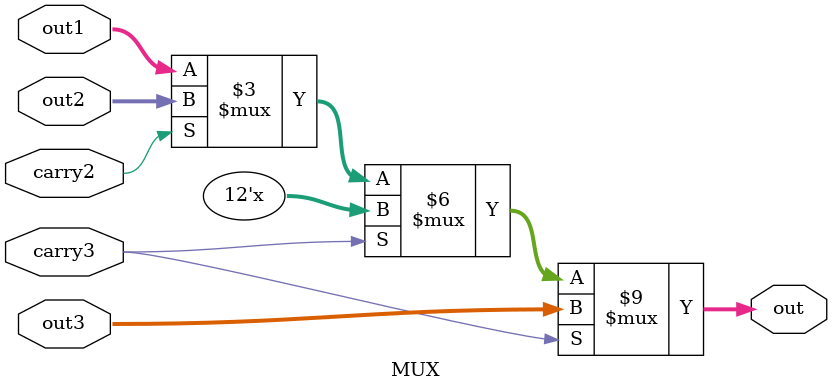
<source format=v>
`timescale 1ns / 1ps
module MUX#(parameter n=12)(
		input [n-1:0]out1,
		input [n-1:0]out2,
		input [n-1:0]out3,
		input carry2,
		input carry3,
		output reg [n-1:0]out
    );
	 
	 always @(*) begin
		if(carry3) out=out3;
		else if(carry2)out=out2;
		else out=out1;
	end


endmodule

</source>
